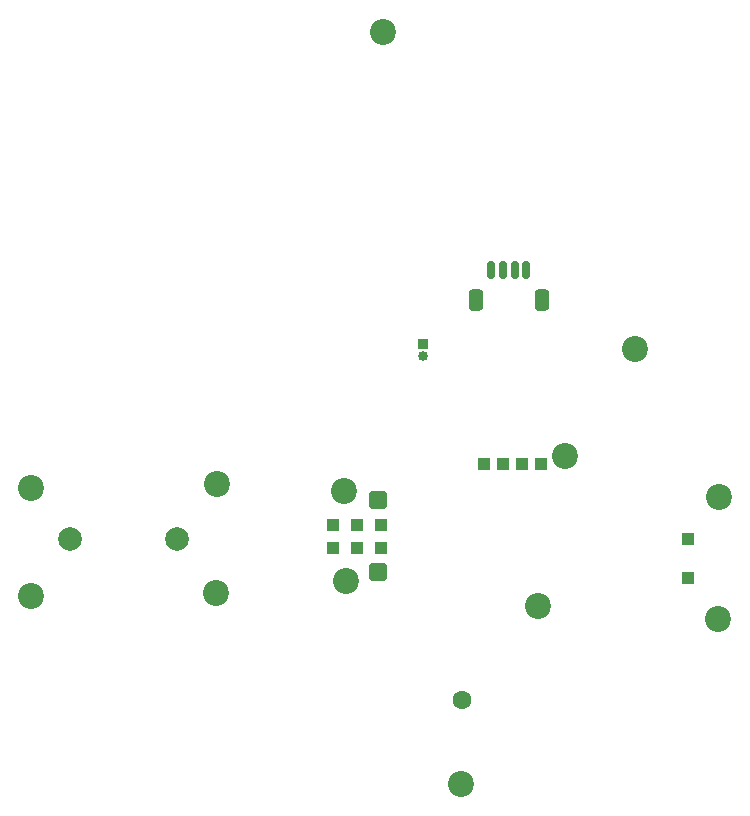
<source format=gbr>
%TF.GenerationSoftware,KiCad,Pcbnew,9.0.0*%
%TF.CreationDate,2025-03-27T23:54:47+01:00*%
%TF.ProjectId,flexpcb,666c6578-7063-4622-9e6b-696361645f70,rev?*%
%TF.SameCoordinates,Original*%
%TF.FileFunction,Soldermask,Top*%
%TF.FilePolarity,Negative*%
%FSLAX46Y46*%
G04 Gerber Fmt 4.6, Leading zero omitted, Abs format (unit mm)*
G04 Created by KiCad (PCBNEW 9.0.0) date 2025-03-27 23:54:47*
%MOMM*%
%LPD*%
G01*
G04 APERTURE LIST*
G04 Aperture macros list*
%AMRoundRect*
0 Rectangle with rounded corners*
0 $1 Rounding radius*
0 $2 $3 $4 $5 $6 $7 $8 $9 X,Y pos of 4 corners*
0 Add a 4 corners polygon primitive as box body*
4,1,4,$2,$3,$4,$5,$6,$7,$8,$9,$2,$3,0*
0 Add four circle primitives for the rounded corners*
1,1,$1+$1,$2,$3*
1,1,$1+$1,$4,$5*
1,1,$1+$1,$6,$7*
1,1,$1+$1,$8,$9*
0 Add four rect primitives between the rounded corners*
20,1,$1+$1,$2,$3,$4,$5,0*
20,1,$1+$1,$4,$5,$6,$7,0*
20,1,$1+$1,$6,$7,$8,$9,0*
20,1,$1+$1,$8,$9,$2,$3,0*%
G04 Aperture macros list end*
%ADD10R,1.000000X1.000000*%
%ADD11C,2.200000*%
%ADD12RoundRect,0.225000X-0.525000X-0.525000X0.525000X-0.525000X0.525000X0.525000X-0.525000X0.525000X0*%
%ADD13RoundRect,0.150000X0.150000X0.625000X-0.150000X0.625000X-0.150000X-0.625000X0.150000X-0.625000X0*%
%ADD14RoundRect,0.250000X0.350000X0.650000X-0.350000X0.650000X-0.350000X-0.650000X0.350000X-0.650000X0*%
%ADD15R,0.850000X0.850000*%
%ADD16O,0.850000X0.850000*%
%ADD17C,1.600000*%
%ADD18C,2.000000*%
G04 APERTURE END LIST*
D10*
%TO.C,*%
X133500000Y-106700000D03*
%TD*%
%TO.C,*%
X135100000Y-106700000D03*
%TD*%
%TO.C,*%
X136700000Y-106700000D03*
%TD*%
%TO.C,*%
X138300000Y-106700000D03*
%TD*%
D11*
%TO.C,*%
X140400000Y-106000000D03*
%TD*%
D10*
%TO.C,*%
X150800000Y-116400000D03*
%TD*%
%TO.C,*%
X150800000Y-113100000D03*
%TD*%
D12*
%TO.C,REF\u002A\u002A*%
X124500000Y-115900000D03*
%TD*%
D10*
%TO.C,REF\u002A\u002A5*%
X122770000Y-113840000D03*
%TD*%
%TO.C,REF\u002A\u002A4*%
X120770000Y-113840000D03*
%TD*%
%TO.C,REF\u002A\u002A3*%
X124770000Y-111840000D03*
%TD*%
%TO.C,REF\u002A\u002A2*%
X122770000Y-111840000D03*
%TD*%
%TO.C,REF\u002A\u002A1*%
X120770000Y-111840000D03*
%TD*%
%TO.C,REF\u002A\u002A*%
X124770000Y-113840000D03*
%TD*%
D12*
%TO.C,REF\u002A\u002A*%
X124500000Y-109800000D03*
%TD*%
D11*
%TO.C,*%
X121810000Y-116590000D03*
%TD*%
%TO.C,*%
X95150000Y-108720000D03*
%TD*%
D13*
%TO.C,J1*%
X137100000Y-90275000D03*
X136100000Y-90275000D03*
X135100000Y-90275000D03*
X134100000Y-90275000D03*
D14*
X138400000Y-92800000D03*
X132800000Y-92800000D03*
%TD*%
D11*
%TO.C,*%
X110860000Y-117630000D03*
%TD*%
%TO.C,*%
X121700000Y-108970000D03*
%TD*%
%TO.C,*%
X153370000Y-119800000D03*
%TD*%
%TO.C,REF\u002A\u002A*%
X124930000Y-70128848D03*
%TD*%
%TO.C,*%
X138121800Y-118701800D03*
%TD*%
%TO.C,*%
X146320000Y-96978848D03*
%TD*%
%TO.C,*%
X110880000Y-108450000D03*
%TD*%
%TO.C,*%
X153420000Y-109540000D03*
%TD*%
%TO.C,*%
X95190000Y-117880000D03*
%TD*%
D15*
%TO.C,SW1*%
X128330000Y-96548848D03*
D16*
X128330000Y-97548848D03*
%TD*%
D11*
%TO.C,*%
X131601800Y-133771800D03*
%TD*%
D17*
%TO.C,PA1010D1*%
X131650000Y-126660000D03*
%TD*%
D18*
%TO.C,SW2*%
X98500000Y-113040000D03*
X107500000Y-113040000D03*
%TD*%
M02*

</source>
